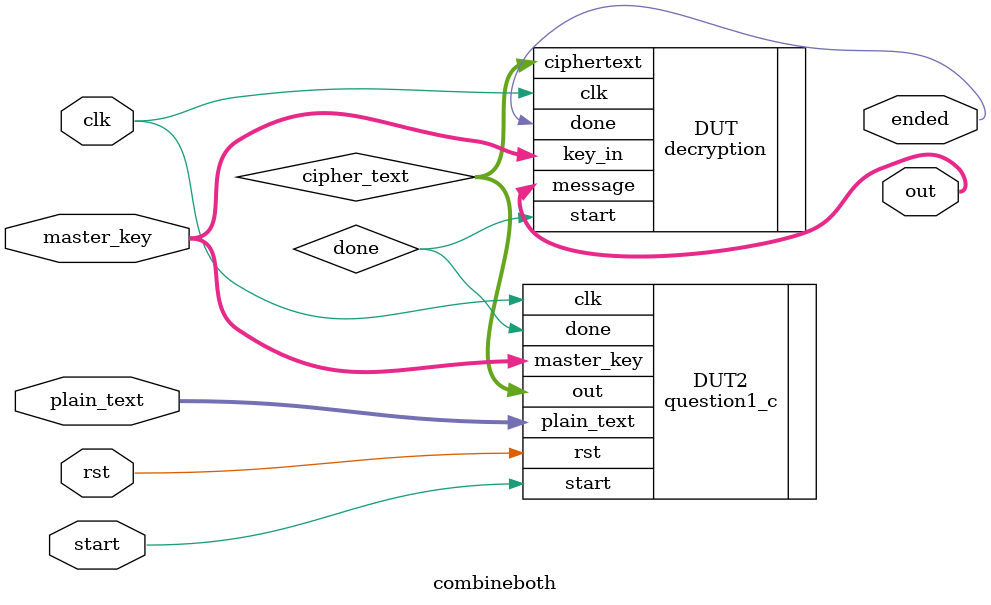
<source format=v>


module combineboth( input clk,
                    input [79:0] master_key,
                    input [63:0] plain_text,
                    input rst,
                    input start,
                    output [63:0] out,
                    output ended

    );
    wire done;
    wire [63:0] cipher_text;
decryption DUT (.clk(clk),.start(done),.ciphertext(cipher_text),.key_in(master_key),.done(ended),.message(out));
question1_c DUT2 (.clk(clk),.plain_text(plain_text),.master_key(master_key),.rst(rst),.start(start),.out(cipher_text),.done(done));
endmodule

</source>
